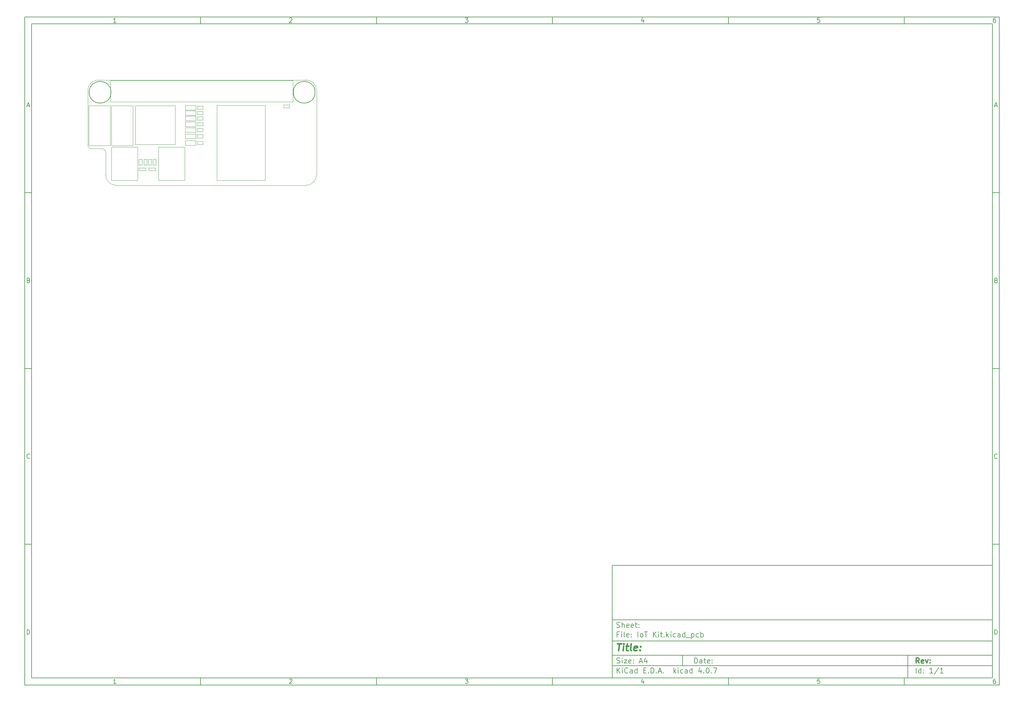
<source format=gbr>
G04 #@! TF.FileFunction,Other,User*
%FSLAX46Y46*%
G04 Gerber Fmt 4.6, Leading zero omitted, Abs format (unit mm)*
G04 Created by KiCad (PCBNEW 4.0.7) date Thursday 07 December 2017 'o51' 11:51:57*
%MOMM*%
%LPD*%
G01*
G04 APERTURE LIST*
%ADD10C,0.100000*%
%ADD11C,0.150000*%
%ADD12C,0.300000*%
%ADD13C,0.400000*%
%ADD14C,0.050000*%
G04 APERTURE END LIST*
D10*
D11*
X177002200Y-166007200D02*
X177002200Y-198007200D01*
X285002200Y-198007200D01*
X285002200Y-166007200D01*
X177002200Y-166007200D01*
D10*
D11*
X10000000Y-10000000D02*
X10000000Y-200007200D01*
X287002200Y-200007200D01*
X287002200Y-10000000D01*
X10000000Y-10000000D01*
D10*
D11*
X12000000Y-12000000D02*
X12000000Y-198007200D01*
X285002200Y-198007200D01*
X285002200Y-12000000D01*
X12000000Y-12000000D01*
D10*
D11*
X60000000Y-12000000D02*
X60000000Y-10000000D01*
D10*
D11*
X110000000Y-12000000D02*
X110000000Y-10000000D01*
D10*
D11*
X160000000Y-12000000D02*
X160000000Y-10000000D01*
D10*
D11*
X210000000Y-12000000D02*
X210000000Y-10000000D01*
D10*
D11*
X260000000Y-12000000D02*
X260000000Y-10000000D01*
D10*
D11*
X35990476Y-11588095D02*
X35247619Y-11588095D01*
X35619048Y-11588095D02*
X35619048Y-10288095D01*
X35495238Y-10473810D01*
X35371429Y-10597619D01*
X35247619Y-10659524D01*
D10*
D11*
X85247619Y-10411905D02*
X85309524Y-10350000D01*
X85433333Y-10288095D01*
X85742857Y-10288095D01*
X85866667Y-10350000D01*
X85928571Y-10411905D01*
X85990476Y-10535714D01*
X85990476Y-10659524D01*
X85928571Y-10845238D01*
X85185714Y-11588095D01*
X85990476Y-11588095D01*
D10*
D11*
X135185714Y-10288095D02*
X135990476Y-10288095D01*
X135557143Y-10783333D01*
X135742857Y-10783333D01*
X135866667Y-10845238D01*
X135928571Y-10907143D01*
X135990476Y-11030952D01*
X135990476Y-11340476D01*
X135928571Y-11464286D01*
X135866667Y-11526190D01*
X135742857Y-11588095D01*
X135371429Y-11588095D01*
X135247619Y-11526190D01*
X135185714Y-11464286D01*
D10*
D11*
X185866667Y-10721429D02*
X185866667Y-11588095D01*
X185557143Y-10226190D02*
X185247619Y-11154762D01*
X186052381Y-11154762D01*
D10*
D11*
X235928571Y-10288095D02*
X235309524Y-10288095D01*
X235247619Y-10907143D01*
X235309524Y-10845238D01*
X235433333Y-10783333D01*
X235742857Y-10783333D01*
X235866667Y-10845238D01*
X235928571Y-10907143D01*
X235990476Y-11030952D01*
X235990476Y-11340476D01*
X235928571Y-11464286D01*
X235866667Y-11526190D01*
X235742857Y-11588095D01*
X235433333Y-11588095D01*
X235309524Y-11526190D01*
X235247619Y-11464286D01*
D10*
D11*
X285866667Y-10288095D02*
X285619048Y-10288095D01*
X285495238Y-10350000D01*
X285433333Y-10411905D01*
X285309524Y-10597619D01*
X285247619Y-10845238D01*
X285247619Y-11340476D01*
X285309524Y-11464286D01*
X285371429Y-11526190D01*
X285495238Y-11588095D01*
X285742857Y-11588095D01*
X285866667Y-11526190D01*
X285928571Y-11464286D01*
X285990476Y-11340476D01*
X285990476Y-11030952D01*
X285928571Y-10907143D01*
X285866667Y-10845238D01*
X285742857Y-10783333D01*
X285495238Y-10783333D01*
X285371429Y-10845238D01*
X285309524Y-10907143D01*
X285247619Y-11030952D01*
D10*
D11*
X60000000Y-198007200D02*
X60000000Y-200007200D01*
D10*
D11*
X110000000Y-198007200D02*
X110000000Y-200007200D01*
D10*
D11*
X160000000Y-198007200D02*
X160000000Y-200007200D01*
D10*
D11*
X210000000Y-198007200D02*
X210000000Y-200007200D01*
D10*
D11*
X260000000Y-198007200D02*
X260000000Y-200007200D01*
D10*
D11*
X35990476Y-199595295D02*
X35247619Y-199595295D01*
X35619048Y-199595295D02*
X35619048Y-198295295D01*
X35495238Y-198481010D01*
X35371429Y-198604819D01*
X35247619Y-198666724D01*
D10*
D11*
X85247619Y-198419105D02*
X85309524Y-198357200D01*
X85433333Y-198295295D01*
X85742857Y-198295295D01*
X85866667Y-198357200D01*
X85928571Y-198419105D01*
X85990476Y-198542914D01*
X85990476Y-198666724D01*
X85928571Y-198852438D01*
X85185714Y-199595295D01*
X85990476Y-199595295D01*
D10*
D11*
X135185714Y-198295295D02*
X135990476Y-198295295D01*
X135557143Y-198790533D01*
X135742857Y-198790533D01*
X135866667Y-198852438D01*
X135928571Y-198914343D01*
X135990476Y-199038152D01*
X135990476Y-199347676D01*
X135928571Y-199471486D01*
X135866667Y-199533390D01*
X135742857Y-199595295D01*
X135371429Y-199595295D01*
X135247619Y-199533390D01*
X135185714Y-199471486D01*
D10*
D11*
X185866667Y-198728629D02*
X185866667Y-199595295D01*
X185557143Y-198233390D02*
X185247619Y-199161962D01*
X186052381Y-199161962D01*
D10*
D11*
X235928571Y-198295295D02*
X235309524Y-198295295D01*
X235247619Y-198914343D01*
X235309524Y-198852438D01*
X235433333Y-198790533D01*
X235742857Y-198790533D01*
X235866667Y-198852438D01*
X235928571Y-198914343D01*
X235990476Y-199038152D01*
X235990476Y-199347676D01*
X235928571Y-199471486D01*
X235866667Y-199533390D01*
X235742857Y-199595295D01*
X235433333Y-199595295D01*
X235309524Y-199533390D01*
X235247619Y-199471486D01*
D10*
D11*
X285866667Y-198295295D02*
X285619048Y-198295295D01*
X285495238Y-198357200D01*
X285433333Y-198419105D01*
X285309524Y-198604819D01*
X285247619Y-198852438D01*
X285247619Y-199347676D01*
X285309524Y-199471486D01*
X285371429Y-199533390D01*
X285495238Y-199595295D01*
X285742857Y-199595295D01*
X285866667Y-199533390D01*
X285928571Y-199471486D01*
X285990476Y-199347676D01*
X285990476Y-199038152D01*
X285928571Y-198914343D01*
X285866667Y-198852438D01*
X285742857Y-198790533D01*
X285495238Y-198790533D01*
X285371429Y-198852438D01*
X285309524Y-198914343D01*
X285247619Y-199038152D01*
D10*
D11*
X10000000Y-60000000D02*
X12000000Y-60000000D01*
D10*
D11*
X10000000Y-110000000D02*
X12000000Y-110000000D01*
D10*
D11*
X10000000Y-160000000D02*
X12000000Y-160000000D01*
D10*
D11*
X10690476Y-35216667D02*
X11309524Y-35216667D01*
X10566667Y-35588095D02*
X11000000Y-34288095D01*
X11433333Y-35588095D01*
D10*
D11*
X11092857Y-84907143D02*
X11278571Y-84969048D01*
X11340476Y-85030952D01*
X11402381Y-85154762D01*
X11402381Y-85340476D01*
X11340476Y-85464286D01*
X11278571Y-85526190D01*
X11154762Y-85588095D01*
X10659524Y-85588095D01*
X10659524Y-84288095D01*
X11092857Y-84288095D01*
X11216667Y-84350000D01*
X11278571Y-84411905D01*
X11340476Y-84535714D01*
X11340476Y-84659524D01*
X11278571Y-84783333D01*
X11216667Y-84845238D01*
X11092857Y-84907143D01*
X10659524Y-84907143D01*
D10*
D11*
X11402381Y-135464286D02*
X11340476Y-135526190D01*
X11154762Y-135588095D01*
X11030952Y-135588095D01*
X10845238Y-135526190D01*
X10721429Y-135402381D01*
X10659524Y-135278571D01*
X10597619Y-135030952D01*
X10597619Y-134845238D01*
X10659524Y-134597619D01*
X10721429Y-134473810D01*
X10845238Y-134350000D01*
X11030952Y-134288095D01*
X11154762Y-134288095D01*
X11340476Y-134350000D01*
X11402381Y-134411905D01*
D10*
D11*
X10659524Y-185588095D02*
X10659524Y-184288095D01*
X10969048Y-184288095D01*
X11154762Y-184350000D01*
X11278571Y-184473810D01*
X11340476Y-184597619D01*
X11402381Y-184845238D01*
X11402381Y-185030952D01*
X11340476Y-185278571D01*
X11278571Y-185402381D01*
X11154762Y-185526190D01*
X10969048Y-185588095D01*
X10659524Y-185588095D01*
D10*
D11*
X287002200Y-60000000D02*
X285002200Y-60000000D01*
D10*
D11*
X287002200Y-110000000D02*
X285002200Y-110000000D01*
D10*
D11*
X287002200Y-160000000D02*
X285002200Y-160000000D01*
D10*
D11*
X285692676Y-35216667D02*
X286311724Y-35216667D01*
X285568867Y-35588095D02*
X286002200Y-34288095D01*
X286435533Y-35588095D01*
D10*
D11*
X286095057Y-84907143D02*
X286280771Y-84969048D01*
X286342676Y-85030952D01*
X286404581Y-85154762D01*
X286404581Y-85340476D01*
X286342676Y-85464286D01*
X286280771Y-85526190D01*
X286156962Y-85588095D01*
X285661724Y-85588095D01*
X285661724Y-84288095D01*
X286095057Y-84288095D01*
X286218867Y-84350000D01*
X286280771Y-84411905D01*
X286342676Y-84535714D01*
X286342676Y-84659524D01*
X286280771Y-84783333D01*
X286218867Y-84845238D01*
X286095057Y-84907143D01*
X285661724Y-84907143D01*
D10*
D11*
X286404581Y-135464286D02*
X286342676Y-135526190D01*
X286156962Y-135588095D01*
X286033152Y-135588095D01*
X285847438Y-135526190D01*
X285723629Y-135402381D01*
X285661724Y-135278571D01*
X285599819Y-135030952D01*
X285599819Y-134845238D01*
X285661724Y-134597619D01*
X285723629Y-134473810D01*
X285847438Y-134350000D01*
X286033152Y-134288095D01*
X286156962Y-134288095D01*
X286342676Y-134350000D01*
X286404581Y-134411905D01*
D10*
D11*
X285661724Y-185588095D02*
X285661724Y-184288095D01*
X285971248Y-184288095D01*
X286156962Y-184350000D01*
X286280771Y-184473810D01*
X286342676Y-184597619D01*
X286404581Y-184845238D01*
X286404581Y-185030952D01*
X286342676Y-185278571D01*
X286280771Y-185402381D01*
X286156962Y-185526190D01*
X285971248Y-185588095D01*
X285661724Y-185588095D01*
D10*
D11*
X200359343Y-193785771D02*
X200359343Y-192285771D01*
X200716486Y-192285771D01*
X200930771Y-192357200D01*
X201073629Y-192500057D01*
X201145057Y-192642914D01*
X201216486Y-192928629D01*
X201216486Y-193142914D01*
X201145057Y-193428629D01*
X201073629Y-193571486D01*
X200930771Y-193714343D01*
X200716486Y-193785771D01*
X200359343Y-193785771D01*
X202502200Y-193785771D02*
X202502200Y-193000057D01*
X202430771Y-192857200D01*
X202287914Y-192785771D01*
X202002200Y-192785771D01*
X201859343Y-192857200D01*
X202502200Y-193714343D02*
X202359343Y-193785771D01*
X202002200Y-193785771D01*
X201859343Y-193714343D01*
X201787914Y-193571486D01*
X201787914Y-193428629D01*
X201859343Y-193285771D01*
X202002200Y-193214343D01*
X202359343Y-193214343D01*
X202502200Y-193142914D01*
X203002200Y-192785771D02*
X203573629Y-192785771D01*
X203216486Y-192285771D02*
X203216486Y-193571486D01*
X203287914Y-193714343D01*
X203430772Y-193785771D01*
X203573629Y-193785771D01*
X204645057Y-193714343D02*
X204502200Y-193785771D01*
X204216486Y-193785771D01*
X204073629Y-193714343D01*
X204002200Y-193571486D01*
X204002200Y-193000057D01*
X204073629Y-192857200D01*
X204216486Y-192785771D01*
X204502200Y-192785771D01*
X204645057Y-192857200D01*
X204716486Y-193000057D01*
X204716486Y-193142914D01*
X204002200Y-193285771D01*
X205359343Y-193642914D02*
X205430771Y-193714343D01*
X205359343Y-193785771D01*
X205287914Y-193714343D01*
X205359343Y-193642914D01*
X205359343Y-193785771D01*
X205359343Y-192857200D02*
X205430771Y-192928629D01*
X205359343Y-193000057D01*
X205287914Y-192928629D01*
X205359343Y-192857200D01*
X205359343Y-193000057D01*
D10*
D11*
X177002200Y-194507200D02*
X285002200Y-194507200D01*
D10*
D11*
X178359343Y-196585771D02*
X178359343Y-195085771D01*
X179216486Y-196585771D02*
X178573629Y-195728629D01*
X179216486Y-195085771D02*
X178359343Y-195942914D01*
X179859343Y-196585771D02*
X179859343Y-195585771D01*
X179859343Y-195085771D02*
X179787914Y-195157200D01*
X179859343Y-195228629D01*
X179930771Y-195157200D01*
X179859343Y-195085771D01*
X179859343Y-195228629D01*
X181430772Y-196442914D02*
X181359343Y-196514343D01*
X181145057Y-196585771D01*
X181002200Y-196585771D01*
X180787915Y-196514343D01*
X180645057Y-196371486D01*
X180573629Y-196228629D01*
X180502200Y-195942914D01*
X180502200Y-195728629D01*
X180573629Y-195442914D01*
X180645057Y-195300057D01*
X180787915Y-195157200D01*
X181002200Y-195085771D01*
X181145057Y-195085771D01*
X181359343Y-195157200D01*
X181430772Y-195228629D01*
X182716486Y-196585771D02*
X182716486Y-195800057D01*
X182645057Y-195657200D01*
X182502200Y-195585771D01*
X182216486Y-195585771D01*
X182073629Y-195657200D01*
X182716486Y-196514343D02*
X182573629Y-196585771D01*
X182216486Y-196585771D01*
X182073629Y-196514343D01*
X182002200Y-196371486D01*
X182002200Y-196228629D01*
X182073629Y-196085771D01*
X182216486Y-196014343D01*
X182573629Y-196014343D01*
X182716486Y-195942914D01*
X184073629Y-196585771D02*
X184073629Y-195085771D01*
X184073629Y-196514343D02*
X183930772Y-196585771D01*
X183645058Y-196585771D01*
X183502200Y-196514343D01*
X183430772Y-196442914D01*
X183359343Y-196300057D01*
X183359343Y-195871486D01*
X183430772Y-195728629D01*
X183502200Y-195657200D01*
X183645058Y-195585771D01*
X183930772Y-195585771D01*
X184073629Y-195657200D01*
X185930772Y-195800057D02*
X186430772Y-195800057D01*
X186645058Y-196585771D02*
X185930772Y-196585771D01*
X185930772Y-195085771D01*
X186645058Y-195085771D01*
X187287915Y-196442914D02*
X187359343Y-196514343D01*
X187287915Y-196585771D01*
X187216486Y-196514343D01*
X187287915Y-196442914D01*
X187287915Y-196585771D01*
X188002201Y-196585771D02*
X188002201Y-195085771D01*
X188359344Y-195085771D01*
X188573629Y-195157200D01*
X188716487Y-195300057D01*
X188787915Y-195442914D01*
X188859344Y-195728629D01*
X188859344Y-195942914D01*
X188787915Y-196228629D01*
X188716487Y-196371486D01*
X188573629Y-196514343D01*
X188359344Y-196585771D01*
X188002201Y-196585771D01*
X189502201Y-196442914D02*
X189573629Y-196514343D01*
X189502201Y-196585771D01*
X189430772Y-196514343D01*
X189502201Y-196442914D01*
X189502201Y-196585771D01*
X190145058Y-196157200D02*
X190859344Y-196157200D01*
X190002201Y-196585771D02*
X190502201Y-195085771D01*
X191002201Y-196585771D01*
X191502201Y-196442914D02*
X191573629Y-196514343D01*
X191502201Y-196585771D01*
X191430772Y-196514343D01*
X191502201Y-196442914D01*
X191502201Y-196585771D01*
X194502201Y-196585771D02*
X194502201Y-195085771D01*
X194645058Y-196014343D02*
X195073629Y-196585771D01*
X195073629Y-195585771D02*
X194502201Y-196157200D01*
X195716487Y-196585771D02*
X195716487Y-195585771D01*
X195716487Y-195085771D02*
X195645058Y-195157200D01*
X195716487Y-195228629D01*
X195787915Y-195157200D01*
X195716487Y-195085771D01*
X195716487Y-195228629D01*
X197073630Y-196514343D02*
X196930773Y-196585771D01*
X196645059Y-196585771D01*
X196502201Y-196514343D01*
X196430773Y-196442914D01*
X196359344Y-196300057D01*
X196359344Y-195871486D01*
X196430773Y-195728629D01*
X196502201Y-195657200D01*
X196645059Y-195585771D01*
X196930773Y-195585771D01*
X197073630Y-195657200D01*
X198359344Y-196585771D02*
X198359344Y-195800057D01*
X198287915Y-195657200D01*
X198145058Y-195585771D01*
X197859344Y-195585771D01*
X197716487Y-195657200D01*
X198359344Y-196514343D02*
X198216487Y-196585771D01*
X197859344Y-196585771D01*
X197716487Y-196514343D01*
X197645058Y-196371486D01*
X197645058Y-196228629D01*
X197716487Y-196085771D01*
X197859344Y-196014343D01*
X198216487Y-196014343D01*
X198359344Y-195942914D01*
X199716487Y-196585771D02*
X199716487Y-195085771D01*
X199716487Y-196514343D02*
X199573630Y-196585771D01*
X199287916Y-196585771D01*
X199145058Y-196514343D01*
X199073630Y-196442914D01*
X199002201Y-196300057D01*
X199002201Y-195871486D01*
X199073630Y-195728629D01*
X199145058Y-195657200D01*
X199287916Y-195585771D01*
X199573630Y-195585771D01*
X199716487Y-195657200D01*
X202216487Y-195585771D02*
X202216487Y-196585771D01*
X201859344Y-195014343D02*
X201502201Y-196085771D01*
X202430773Y-196085771D01*
X203002201Y-196442914D02*
X203073629Y-196514343D01*
X203002201Y-196585771D01*
X202930772Y-196514343D01*
X203002201Y-196442914D01*
X203002201Y-196585771D01*
X204002201Y-195085771D02*
X204145058Y-195085771D01*
X204287915Y-195157200D01*
X204359344Y-195228629D01*
X204430773Y-195371486D01*
X204502201Y-195657200D01*
X204502201Y-196014343D01*
X204430773Y-196300057D01*
X204359344Y-196442914D01*
X204287915Y-196514343D01*
X204145058Y-196585771D01*
X204002201Y-196585771D01*
X203859344Y-196514343D01*
X203787915Y-196442914D01*
X203716487Y-196300057D01*
X203645058Y-196014343D01*
X203645058Y-195657200D01*
X203716487Y-195371486D01*
X203787915Y-195228629D01*
X203859344Y-195157200D01*
X204002201Y-195085771D01*
X205145058Y-196442914D02*
X205216486Y-196514343D01*
X205145058Y-196585771D01*
X205073629Y-196514343D01*
X205145058Y-196442914D01*
X205145058Y-196585771D01*
X205716487Y-195085771D02*
X206716487Y-195085771D01*
X206073630Y-196585771D01*
D10*
D11*
X177002200Y-191507200D02*
X285002200Y-191507200D01*
D10*
D12*
X264216486Y-193785771D02*
X263716486Y-193071486D01*
X263359343Y-193785771D02*
X263359343Y-192285771D01*
X263930771Y-192285771D01*
X264073629Y-192357200D01*
X264145057Y-192428629D01*
X264216486Y-192571486D01*
X264216486Y-192785771D01*
X264145057Y-192928629D01*
X264073629Y-193000057D01*
X263930771Y-193071486D01*
X263359343Y-193071486D01*
X265430771Y-193714343D02*
X265287914Y-193785771D01*
X265002200Y-193785771D01*
X264859343Y-193714343D01*
X264787914Y-193571486D01*
X264787914Y-193000057D01*
X264859343Y-192857200D01*
X265002200Y-192785771D01*
X265287914Y-192785771D01*
X265430771Y-192857200D01*
X265502200Y-193000057D01*
X265502200Y-193142914D01*
X264787914Y-193285771D01*
X266002200Y-192785771D02*
X266359343Y-193785771D01*
X266716485Y-192785771D01*
X267287914Y-193642914D02*
X267359342Y-193714343D01*
X267287914Y-193785771D01*
X267216485Y-193714343D01*
X267287914Y-193642914D01*
X267287914Y-193785771D01*
X267287914Y-192857200D02*
X267359342Y-192928629D01*
X267287914Y-193000057D01*
X267216485Y-192928629D01*
X267287914Y-192857200D01*
X267287914Y-193000057D01*
D10*
D11*
X178287914Y-193714343D02*
X178502200Y-193785771D01*
X178859343Y-193785771D01*
X179002200Y-193714343D01*
X179073629Y-193642914D01*
X179145057Y-193500057D01*
X179145057Y-193357200D01*
X179073629Y-193214343D01*
X179002200Y-193142914D01*
X178859343Y-193071486D01*
X178573629Y-193000057D01*
X178430771Y-192928629D01*
X178359343Y-192857200D01*
X178287914Y-192714343D01*
X178287914Y-192571486D01*
X178359343Y-192428629D01*
X178430771Y-192357200D01*
X178573629Y-192285771D01*
X178930771Y-192285771D01*
X179145057Y-192357200D01*
X179787914Y-193785771D02*
X179787914Y-192785771D01*
X179787914Y-192285771D02*
X179716485Y-192357200D01*
X179787914Y-192428629D01*
X179859342Y-192357200D01*
X179787914Y-192285771D01*
X179787914Y-192428629D01*
X180359343Y-192785771D02*
X181145057Y-192785771D01*
X180359343Y-193785771D01*
X181145057Y-193785771D01*
X182287914Y-193714343D02*
X182145057Y-193785771D01*
X181859343Y-193785771D01*
X181716486Y-193714343D01*
X181645057Y-193571486D01*
X181645057Y-193000057D01*
X181716486Y-192857200D01*
X181859343Y-192785771D01*
X182145057Y-192785771D01*
X182287914Y-192857200D01*
X182359343Y-193000057D01*
X182359343Y-193142914D01*
X181645057Y-193285771D01*
X183002200Y-193642914D02*
X183073628Y-193714343D01*
X183002200Y-193785771D01*
X182930771Y-193714343D01*
X183002200Y-193642914D01*
X183002200Y-193785771D01*
X183002200Y-192857200D02*
X183073628Y-192928629D01*
X183002200Y-193000057D01*
X182930771Y-192928629D01*
X183002200Y-192857200D01*
X183002200Y-193000057D01*
X184787914Y-193357200D02*
X185502200Y-193357200D01*
X184645057Y-193785771D02*
X185145057Y-192285771D01*
X185645057Y-193785771D01*
X186787914Y-192785771D02*
X186787914Y-193785771D01*
X186430771Y-192214343D02*
X186073628Y-193285771D01*
X187002200Y-193285771D01*
D10*
D11*
X263359343Y-196585771D02*
X263359343Y-195085771D01*
X264716486Y-196585771D02*
X264716486Y-195085771D01*
X264716486Y-196514343D02*
X264573629Y-196585771D01*
X264287915Y-196585771D01*
X264145057Y-196514343D01*
X264073629Y-196442914D01*
X264002200Y-196300057D01*
X264002200Y-195871486D01*
X264073629Y-195728629D01*
X264145057Y-195657200D01*
X264287915Y-195585771D01*
X264573629Y-195585771D01*
X264716486Y-195657200D01*
X265430772Y-196442914D02*
X265502200Y-196514343D01*
X265430772Y-196585771D01*
X265359343Y-196514343D01*
X265430772Y-196442914D01*
X265430772Y-196585771D01*
X265430772Y-195657200D02*
X265502200Y-195728629D01*
X265430772Y-195800057D01*
X265359343Y-195728629D01*
X265430772Y-195657200D01*
X265430772Y-195800057D01*
X268073629Y-196585771D02*
X267216486Y-196585771D01*
X267645058Y-196585771D02*
X267645058Y-195085771D01*
X267502201Y-195300057D01*
X267359343Y-195442914D01*
X267216486Y-195514343D01*
X269787914Y-195014343D02*
X268502200Y-196942914D01*
X271073629Y-196585771D02*
X270216486Y-196585771D01*
X270645058Y-196585771D02*
X270645058Y-195085771D01*
X270502201Y-195300057D01*
X270359343Y-195442914D01*
X270216486Y-195514343D01*
D10*
D11*
X177002200Y-187507200D02*
X285002200Y-187507200D01*
D10*
D13*
X178454581Y-188211962D02*
X179597438Y-188211962D01*
X178776010Y-190211962D02*
X179026010Y-188211962D01*
X180014105Y-190211962D02*
X180180771Y-188878629D01*
X180264105Y-188211962D02*
X180156962Y-188307200D01*
X180240295Y-188402438D01*
X180347439Y-188307200D01*
X180264105Y-188211962D01*
X180240295Y-188402438D01*
X180847438Y-188878629D02*
X181609343Y-188878629D01*
X181216486Y-188211962D02*
X181002200Y-189926248D01*
X181073630Y-190116724D01*
X181252201Y-190211962D01*
X181442677Y-190211962D01*
X182395058Y-190211962D02*
X182216487Y-190116724D01*
X182145057Y-189926248D01*
X182359343Y-188211962D01*
X183930772Y-190116724D02*
X183728391Y-190211962D01*
X183347439Y-190211962D01*
X183168867Y-190116724D01*
X183097438Y-189926248D01*
X183192676Y-189164343D01*
X183311724Y-188973867D01*
X183514105Y-188878629D01*
X183895057Y-188878629D01*
X184073629Y-188973867D01*
X184145057Y-189164343D01*
X184121248Y-189354819D01*
X183145057Y-189545295D01*
X184895057Y-190021486D02*
X184978392Y-190116724D01*
X184871248Y-190211962D01*
X184787915Y-190116724D01*
X184895057Y-190021486D01*
X184871248Y-190211962D01*
X185026010Y-188973867D02*
X185109344Y-189069105D01*
X185002200Y-189164343D01*
X184918867Y-189069105D01*
X185026010Y-188973867D01*
X185002200Y-189164343D01*
D10*
D11*
X178859343Y-185600057D02*
X178359343Y-185600057D01*
X178359343Y-186385771D02*
X178359343Y-184885771D01*
X179073629Y-184885771D01*
X179645057Y-186385771D02*
X179645057Y-185385771D01*
X179645057Y-184885771D02*
X179573628Y-184957200D01*
X179645057Y-185028629D01*
X179716485Y-184957200D01*
X179645057Y-184885771D01*
X179645057Y-185028629D01*
X180573629Y-186385771D02*
X180430771Y-186314343D01*
X180359343Y-186171486D01*
X180359343Y-184885771D01*
X181716485Y-186314343D02*
X181573628Y-186385771D01*
X181287914Y-186385771D01*
X181145057Y-186314343D01*
X181073628Y-186171486D01*
X181073628Y-185600057D01*
X181145057Y-185457200D01*
X181287914Y-185385771D01*
X181573628Y-185385771D01*
X181716485Y-185457200D01*
X181787914Y-185600057D01*
X181787914Y-185742914D01*
X181073628Y-185885771D01*
X182430771Y-186242914D02*
X182502199Y-186314343D01*
X182430771Y-186385771D01*
X182359342Y-186314343D01*
X182430771Y-186242914D01*
X182430771Y-186385771D01*
X182430771Y-185457200D02*
X182502199Y-185528629D01*
X182430771Y-185600057D01*
X182359342Y-185528629D01*
X182430771Y-185457200D01*
X182430771Y-185600057D01*
X184287914Y-186385771D02*
X184287914Y-184885771D01*
X185216486Y-186385771D02*
X185073628Y-186314343D01*
X185002200Y-186242914D01*
X184930771Y-186100057D01*
X184930771Y-185671486D01*
X185002200Y-185528629D01*
X185073628Y-185457200D01*
X185216486Y-185385771D01*
X185430771Y-185385771D01*
X185573628Y-185457200D01*
X185645057Y-185528629D01*
X185716486Y-185671486D01*
X185716486Y-186100057D01*
X185645057Y-186242914D01*
X185573628Y-186314343D01*
X185430771Y-186385771D01*
X185216486Y-186385771D01*
X186145057Y-184885771D02*
X187002200Y-184885771D01*
X186573629Y-186385771D02*
X186573629Y-184885771D01*
X188645057Y-186385771D02*
X188645057Y-184885771D01*
X189502200Y-186385771D02*
X188859343Y-185528629D01*
X189502200Y-184885771D02*
X188645057Y-185742914D01*
X190145057Y-186385771D02*
X190145057Y-185385771D01*
X190145057Y-184885771D02*
X190073628Y-184957200D01*
X190145057Y-185028629D01*
X190216485Y-184957200D01*
X190145057Y-184885771D01*
X190145057Y-185028629D01*
X190645057Y-185385771D02*
X191216486Y-185385771D01*
X190859343Y-184885771D02*
X190859343Y-186171486D01*
X190930771Y-186314343D01*
X191073629Y-186385771D01*
X191216486Y-186385771D01*
X191716486Y-186242914D02*
X191787914Y-186314343D01*
X191716486Y-186385771D01*
X191645057Y-186314343D01*
X191716486Y-186242914D01*
X191716486Y-186385771D01*
X192430772Y-186385771D02*
X192430772Y-184885771D01*
X192573629Y-185814343D02*
X193002200Y-186385771D01*
X193002200Y-185385771D02*
X192430772Y-185957200D01*
X193645058Y-186385771D02*
X193645058Y-185385771D01*
X193645058Y-184885771D02*
X193573629Y-184957200D01*
X193645058Y-185028629D01*
X193716486Y-184957200D01*
X193645058Y-184885771D01*
X193645058Y-185028629D01*
X195002201Y-186314343D02*
X194859344Y-186385771D01*
X194573630Y-186385771D01*
X194430772Y-186314343D01*
X194359344Y-186242914D01*
X194287915Y-186100057D01*
X194287915Y-185671486D01*
X194359344Y-185528629D01*
X194430772Y-185457200D01*
X194573630Y-185385771D01*
X194859344Y-185385771D01*
X195002201Y-185457200D01*
X196287915Y-186385771D02*
X196287915Y-185600057D01*
X196216486Y-185457200D01*
X196073629Y-185385771D01*
X195787915Y-185385771D01*
X195645058Y-185457200D01*
X196287915Y-186314343D02*
X196145058Y-186385771D01*
X195787915Y-186385771D01*
X195645058Y-186314343D01*
X195573629Y-186171486D01*
X195573629Y-186028629D01*
X195645058Y-185885771D01*
X195787915Y-185814343D01*
X196145058Y-185814343D01*
X196287915Y-185742914D01*
X197645058Y-186385771D02*
X197645058Y-184885771D01*
X197645058Y-186314343D02*
X197502201Y-186385771D01*
X197216487Y-186385771D01*
X197073629Y-186314343D01*
X197002201Y-186242914D01*
X196930772Y-186100057D01*
X196930772Y-185671486D01*
X197002201Y-185528629D01*
X197073629Y-185457200D01*
X197216487Y-185385771D01*
X197502201Y-185385771D01*
X197645058Y-185457200D01*
X198002201Y-186528629D02*
X199145058Y-186528629D01*
X199502201Y-185385771D02*
X199502201Y-186885771D01*
X199502201Y-185457200D02*
X199645058Y-185385771D01*
X199930772Y-185385771D01*
X200073629Y-185457200D01*
X200145058Y-185528629D01*
X200216487Y-185671486D01*
X200216487Y-186100057D01*
X200145058Y-186242914D01*
X200073629Y-186314343D01*
X199930772Y-186385771D01*
X199645058Y-186385771D01*
X199502201Y-186314343D01*
X201502201Y-186314343D02*
X201359344Y-186385771D01*
X201073630Y-186385771D01*
X200930772Y-186314343D01*
X200859344Y-186242914D01*
X200787915Y-186100057D01*
X200787915Y-185671486D01*
X200859344Y-185528629D01*
X200930772Y-185457200D01*
X201073630Y-185385771D01*
X201359344Y-185385771D01*
X201502201Y-185457200D01*
X202145058Y-186385771D02*
X202145058Y-184885771D01*
X202145058Y-185457200D02*
X202287915Y-185385771D01*
X202573629Y-185385771D01*
X202716486Y-185457200D01*
X202787915Y-185528629D01*
X202859344Y-185671486D01*
X202859344Y-186100057D01*
X202787915Y-186242914D01*
X202716486Y-186314343D01*
X202573629Y-186385771D01*
X202287915Y-186385771D01*
X202145058Y-186314343D01*
D10*
D11*
X177002200Y-181507200D02*
X285002200Y-181507200D01*
D10*
D11*
X178287914Y-183614343D02*
X178502200Y-183685771D01*
X178859343Y-183685771D01*
X179002200Y-183614343D01*
X179073629Y-183542914D01*
X179145057Y-183400057D01*
X179145057Y-183257200D01*
X179073629Y-183114343D01*
X179002200Y-183042914D01*
X178859343Y-182971486D01*
X178573629Y-182900057D01*
X178430771Y-182828629D01*
X178359343Y-182757200D01*
X178287914Y-182614343D01*
X178287914Y-182471486D01*
X178359343Y-182328629D01*
X178430771Y-182257200D01*
X178573629Y-182185771D01*
X178930771Y-182185771D01*
X179145057Y-182257200D01*
X179787914Y-183685771D02*
X179787914Y-182185771D01*
X180430771Y-183685771D02*
X180430771Y-182900057D01*
X180359342Y-182757200D01*
X180216485Y-182685771D01*
X180002200Y-182685771D01*
X179859342Y-182757200D01*
X179787914Y-182828629D01*
X181716485Y-183614343D02*
X181573628Y-183685771D01*
X181287914Y-183685771D01*
X181145057Y-183614343D01*
X181073628Y-183471486D01*
X181073628Y-182900057D01*
X181145057Y-182757200D01*
X181287914Y-182685771D01*
X181573628Y-182685771D01*
X181716485Y-182757200D01*
X181787914Y-182900057D01*
X181787914Y-183042914D01*
X181073628Y-183185771D01*
X183002199Y-183614343D02*
X182859342Y-183685771D01*
X182573628Y-183685771D01*
X182430771Y-183614343D01*
X182359342Y-183471486D01*
X182359342Y-182900057D01*
X182430771Y-182757200D01*
X182573628Y-182685771D01*
X182859342Y-182685771D01*
X183002199Y-182757200D01*
X183073628Y-182900057D01*
X183073628Y-183042914D01*
X182359342Y-183185771D01*
X183502199Y-182685771D02*
X184073628Y-182685771D01*
X183716485Y-182185771D02*
X183716485Y-183471486D01*
X183787913Y-183614343D01*
X183930771Y-183685771D01*
X184073628Y-183685771D01*
X184573628Y-183542914D02*
X184645056Y-183614343D01*
X184573628Y-183685771D01*
X184502199Y-183614343D01*
X184573628Y-183542914D01*
X184573628Y-183685771D01*
X184573628Y-182757200D02*
X184645056Y-182828629D01*
X184573628Y-182900057D01*
X184502199Y-182828629D01*
X184573628Y-182757200D01*
X184573628Y-182900057D01*
D10*
D11*
X197002200Y-191507200D02*
X197002200Y-194507200D01*
D10*
D11*
X261002200Y-191507200D02*
X261002200Y-198007200D01*
D10*
X92964000Y-30988000D02*
X92964000Y-54864000D01*
X92940000Y-30932000D02*
G75*
G03X89940000Y-27932000I-3000000J0D01*
G01*
X89940000Y-57897000D02*
G75*
G03X92940000Y-54897000I0J3000000D01*
G01*
X36068000Y-57912000D02*
X89916000Y-57912000D01*
X33020000Y-48514000D02*
G75*
G03X32004000Y-47498000I-1016000J0D01*
G01*
X33020000Y-54991000D02*
X33020000Y-48514000D01*
X27940000Y-30962600D02*
X27940000Y-46456600D01*
X30940000Y-27932000D02*
X89940000Y-27932000D01*
X30940000Y-27932000D02*
G75*
G03X27940000Y-30932000I0J-3000000D01*
G01*
X27940000Y-46432000D02*
G75*
G03X28940000Y-47432000I1000000J0D01*
G01*
X33020000Y-54897000D02*
G75*
G03X36020000Y-57897000I3000000J0D01*
G01*
X28940000Y-47432000D02*
X31940000Y-47432000D01*
D14*
X78359000Y-47371000D02*
X78359000Y-56515000D01*
X78359000Y-56515000D02*
X67056000Y-56515000D01*
X67056000Y-56515000D02*
X64643000Y-56515000D01*
X64643000Y-56515000D02*
X64643000Y-47371000D01*
X78331000Y-35203000D02*
X64631000Y-35203000D01*
X78331000Y-35203000D02*
X78331000Y-47353000D01*
X64631000Y-35203000D02*
X64631000Y-47353000D01*
X34445000Y-34135000D02*
X86245000Y-34135000D01*
X34445000Y-28085000D02*
X86245000Y-28085000D01*
X34445000Y-34135000D02*
X34445000Y-28085000D01*
X86245000Y-34135000D02*
X86245000Y-28085000D01*
X34336400Y-46592000D02*
X34336400Y-35242000D01*
X34336400Y-35242000D02*
X28186400Y-35242000D01*
X28186400Y-35242000D02*
X28186400Y-46592000D01*
X34336400Y-46592000D02*
X28186400Y-46592000D01*
D11*
X92540000Y-31432000D02*
G75*
G03X92540000Y-31432000I-3100000J0D01*
G01*
D14*
X41467000Y-35267000D02*
X41467000Y-46267000D01*
X52767000Y-35267000D02*
X52767000Y-46267000D01*
X41467000Y-35267000D02*
X52767000Y-35267000D01*
X41467000Y-46267000D02*
X52767000Y-46267000D01*
D11*
X34540000Y-31432000D02*
G75*
G03X34540000Y-31432000I-3100000J0D01*
G01*
D14*
X34640000Y-56264000D02*
X34640000Y-56514000D01*
X34640000Y-56514000D02*
X34890000Y-56514000D01*
X42140000Y-56264000D02*
X42140000Y-56514000D01*
X42140000Y-56514000D02*
X41890000Y-56514000D01*
X41890000Y-47014000D02*
X42140000Y-47014000D01*
X42140000Y-47014000D02*
X42140000Y-47264000D01*
X34890000Y-47014000D02*
X34640000Y-47014000D01*
X34640000Y-47014000D02*
X34640000Y-47264000D01*
X42140000Y-47264000D02*
X42140000Y-56264000D01*
X34890000Y-47014000D02*
X41890000Y-47014000D01*
X34640000Y-56264000D02*
X34640000Y-47264000D01*
X41890000Y-56514000D02*
X34890000Y-56514000D01*
X55530000Y-47241000D02*
X55530000Y-46991000D01*
X55530000Y-46991000D02*
X55280000Y-46991000D01*
X48030000Y-47241000D02*
X48030000Y-46991000D01*
X48030000Y-46991000D02*
X48280000Y-46991000D01*
X48280000Y-56491000D02*
X48030000Y-56491000D01*
X48030000Y-56491000D02*
X48030000Y-56241000D01*
X55280000Y-56491000D02*
X55530000Y-56491000D01*
X55530000Y-56491000D02*
X55530000Y-56241000D01*
X48030000Y-56241000D02*
X48030000Y-47241000D01*
X55280000Y-56491000D02*
X48280000Y-56491000D01*
X55530000Y-47241000D02*
X55530000Y-56241000D01*
X48280000Y-46991000D02*
X55280000Y-46991000D01*
X44434000Y-53740000D02*
X42434000Y-53740000D01*
X44434000Y-53740000D02*
X44434000Y-52940000D01*
X42434000Y-52940000D02*
X42434000Y-53740000D01*
X42434000Y-52940000D02*
X44434000Y-52940000D01*
X47228000Y-53740000D02*
X45228000Y-53740000D01*
X47228000Y-53740000D02*
X47228000Y-52940000D01*
X45228000Y-52940000D02*
X45228000Y-53740000D01*
X45228000Y-52940000D02*
X47228000Y-52940000D01*
X55700000Y-46497000D02*
X55700000Y-45197000D01*
X55700000Y-45197000D02*
X58600000Y-45197000D01*
X58600000Y-45197000D02*
X58600000Y-46497000D01*
X58600000Y-46497000D02*
X55700000Y-46497000D01*
X55700000Y-44592000D02*
X55700000Y-43292000D01*
X55700000Y-43292000D02*
X58600000Y-43292000D01*
X58600000Y-43292000D02*
X58600000Y-44592000D01*
X58600000Y-44592000D02*
X55700000Y-44592000D01*
X55700000Y-42814000D02*
X55700000Y-41514000D01*
X55700000Y-41514000D02*
X58600000Y-41514000D01*
X58600000Y-41514000D02*
X58600000Y-42814000D01*
X58600000Y-42814000D02*
X55700000Y-42814000D01*
X55700000Y-41163000D02*
X55700000Y-39863000D01*
X55700000Y-39863000D02*
X58600000Y-39863000D01*
X58600000Y-39863000D02*
X58600000Y-41163000D01*
X58600000Y-41163000D02*
X55700000Y-41163000D01*
X55700000Y-39512000D02*
X55700000Y-38212000D01*
X55700000Y-38212000D02*
X58600000Y-38212000D01*
X58600000Y-38212000D02*
X58600000Y-39512000D01*
X58600000Y-39512000D02*
X55700000Y-39512000D01*
X55700000Y-37988000D02*
X55700000Y-36688000D01*
X55700000Y-36688000D02*
X58600000Y-36688000D01*
X58600000Y-36688000D02*
X58600000Y-37988000D01*
X58600000Y-37988000D02*
X55700000Y-37988000D01*
X55700000Y-36464000D02*
X55700000Y-35164000D01*
X55700000Y-35164000D02*
X58600000Y-35164000D01*
X58600000Y-35164000D02*
X58600000Y-36464000D01*
X58600000Y-36464000D02*
X55700000Y-36464000D01*
X42476000Y-52108000D02*
X42476000Y-50508000D01*
X42476000Y-52108000D02*
X43376000Y-52108000D01*
X43376000Y-50508000D02*
X42476000Y-50508000D01*
X43376000Y-50508000D02*
X43376000Y-52108000D01*
X44773000Y-50508000D02*
X44773000Y-52108000D01*
X44773000Y-50508000D02*
X43873000Y-50508000D01*
X43873000Y-52108000D02*
X44773000Y-52108000D01*
X43873000Y-52108000D02*
X43873000Y-50508000D01*
X59017000Y-45397000D02*
X60617000Y-45397000D01*
X59017000Y-45397000D02*
X59017000Y-46297000D01*
X60617000Y-46297000D02*
X60617000Y-45397000D01*
X60617000Y-46297000D02*
X59017000Y-46297000D01*
X46043000Y-50508000D02*
X46043000Y-52108000D01*
X46043000Y-50508000D02*
X45143000Y-50508000D01*
X45143000Y-52108000D02*
X46043000Y-52108000D01*
X45143000Y-52108000D02*
X45143000Y-50508000D01*
X59017000Y-43492000D02*
X60617000Y-43492000D01*
X59017000Y-43492000D02*
X59017000Y-44392000D01*
X60617000Y-44392000D02*
X60617000Y-43492000D01*
X60617000Y-44392000D02*
X59017000Y-44392000D01*
X47313000Y-50508000D02*
X47313000Y-52108000D01*
X47313000Y-50508000D02*
X46413000Y-50508000D01*
X46413000Y-52108000D02*
X47313000Y-52108000D01*
X46413000Y-52108000D02*
X46413000Y-50508000D01*
X59017000Y-41714000D02*
X60617000Y-41714000D01*
X59017000Y-41714000D02*
X59017000Y-42614000D01*
X60617000Y-42614000D02*
X60617000Y-41714000D01*
X60617000Y-42614000D02*
X59017000Y-42614000D01*
X59017000Y-40063000D02*
X60617000Y-40063000D01*
X59017000Y-40063000D02*
X59017000Y-40963000D01*
X60617000Y-40963000D02*
X60617000Y-40063000D01*
X60617000Y-40963000D02*
X59017000Y-40963000D01*
X59017000Y-38412000D02*
X60617000Y-38412000D01*
X59017000Y-38412000D02*
X59017000Y-39312000D01*
X60617000Y-39312000D02*
X60617000Y-38412000D01*
X60617000Y-39312000D02*
X59017000Y-39312000D01*
X59017000Y-36888000D02*
X60617000Y-36888000D01*
X59017000Y-36888000D02*
X59017000Y-37788000D01*
X60617000Y-37788000D02*
X60617000Y-36888000D01*
X60617000Y-37788000D02*
X59017000Y-37788000D01*
X59017000Y-35364000D02*
X60617000Y-35364000D01*
X59017000Y-35364000D02*
X59017000Y-36264000D01*
X60617000Y-36264000D02*
X60617000Y-35364000D01*
X60617000Y-36264000D02*
X59017000Y-36264000D01*
X85204200Y-35883000D02*
X83604200Y-35883000D01*
X85204200Y-35883000D02*
X85204200Y-34983000D01*
X83604200Y-34983000D02*
X83604200Y-35883000D01*
X83604200Y-34983000D02*
X85204200Y-34983000D01*
X40788000Y-46566600D02*
X40788000Y-35216600D01*
X40788000Y-35216600D02*
X34638000Y-35216600D01*
X34638000Y-35216600D02*
X34638000Y-46566600D01*
X40788000Y-46566600D02*
X34638000Y-46566600D01*
M02*

</source>
